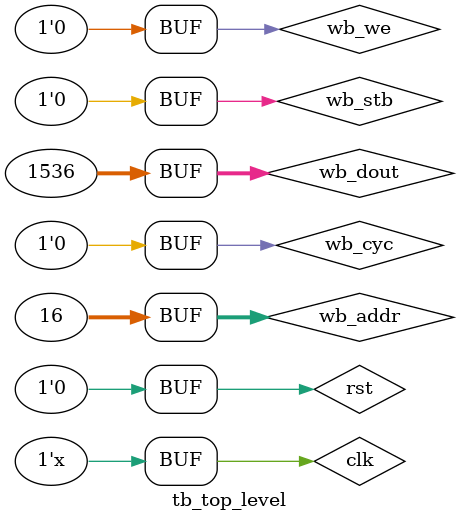
<source format=v>
`timescale 1ns / 1ps

module tb_top_level;

	// Inputs
	reg clk;
	reg rst;
	reg [31:0] wb_addr;
	reg wb_we;
	reg wb_stb;
	reg wb_cyc;
	reg [31:0] wb_dout;

	// Outputs
	wire [31:0] wb_din;
	wire wb_ack;
   
   // Internal
	wire spi_mosi;
   wire spi_miso;
	wire spi_sck;
	wire spi_ss;

	// Instantiate the Unit Under Test (UUT)
	top_level uut (
		.clk(clk), 
		.rst(rst), 
		.wb_addr(wb_addr), 
		.wb_we(wb_we), 
		.wb_stb(wb_stb), 
		.wb_cyc(wb_cyc), 
		.wb_dout(wb_dout), 
		.wb_din(wb_din), 
		.wb_ack(wb_ack), 
		.spi_mosi(spi_mosi), 
		.spi_sck(spi_sck), 
		.spi_ss(spi_ss), 
		.spi_miso(spi_miso)
	);
   
   M25LC020A spi_eeprom (
      .SI(spi_mosi),
      .SO(spi_miso),
      .SCK(spi_sck),
      .CS_N(spi_ss),
      .WP_N(1'b1),
      .HOLD_N(1'b1),
      .RESET(rst)
   );

   // Initialize Inputs
	initial begin
		clk = 0;
		rst = 0;
		wb_addr = 0;
		wb_we = 0;
		wb_stb = 0;
		wb_cyc = 0;
		wb_dout = 0;
   end
   
   // Generate clock
   always #5 begin
      clk = ~clk;
   end
   
   initial begin
		/* RESET */
		#200;
      rst = 1'b1;
      #200;
      rst = 1'b0;
      #5;
        
      /* Push data */
      wb_addr = 32'h0000_0020;
      wb_dout = 32'h0000_0019; // Set baudrate (11'b0000_0011_0_01)
      wb_stb=1'b1; wb_cyc=1'b1; wb_we=1'b1;
      #20; wb_stb=1'b0; wb_cyc=1'b0; wb_we=1'b0; #10;
      
      wb_addr = 32'h0000_0010;
      wb_dout = 32'h0000_0306; // Write enable (11'b011_0000_0110)
      wb_stb=1'b1; wb_cyc=1'b1; wb_we=1'b1;
      #20; wb_stb=1'b0; wb_cyc=1'b0; wb_we=1'b0; #10;
      
      wb_addr = 32'h0000_0010;
      wb_dout = 32'h0000_0102; // Write instruction (11'b001_0000_0010)
      wb_stb=1'b1; wb_cyc=1'b1; wb_we=1'b1;
      #20; wb_stb=1'b0; wb_cyc=1'b0; wb_we=1'b0; #10;
      
      wb_addr = 32'h0000_0010;
      wb_dout = 32'h0000_00FE; // Write address (11'b000_1111_1110)
      wb_stb=1'b1; wb_cyc=1'b1; wb_we=1'b1;
      #20; wb_stb=1'b0; wb_cyc=1'b0; wb_we=1'b0; #10;
      
      wb_addr = 32'h0000_0010;
      wb_dout = 32'h0000_02D3; // Write data (11'b010_1101_0011)
      wb_stb=1'b1; wb_cyc=1'b1; wb_we=1'b1;
      #20; wb_stb=1'b0; wb_cyc=1'b0; wb_we=1'b0; #10;
      
      wb_addr = 32'h0000_0010;
      wb_dout = 32'h0000_0105; // Read status (11'b001_0000_0101)
      wb_stb=1'b1; wb_cyc=1'b1; wb_we=1'b1;
      #20; wb_stb=1'b0; wb_cyc=1'b0; wb_we=1'b0; #10;
      
      wb_addr = 32'h0000_0010;
      wb_dout = 32'h0000_0600; // Receive answer (11'b110_0000_0000)
      wb_stb=1'b1; wb_cyc=1'b1; wb_we=1'b1;
      #20; wb_stb=1'b0; wb_cyc=1'b0; wb_we=1'b0; #10;
      
      #4000;
      wb_addr = 32'h0000_0010; // Read answer
      wb_stb=1'b1; wb_cyc=1'b1; wb_we=1'b0;
      #20; wb_stb=1'b0; wb_cyc=1'b0; wb_we=1'b0; #10;
      
      #4000;
      wb_addr = 32'h0000_0010;
      wb_dout = 32'h0000_0103; // Read instruction (11'b001_0000_0011)
      wb_stb=1'b1; wb_cyc=1'b1; wb_we=1'b1;
      #20; wb_stb=1'b0; wb_cyc=1'b0; wb_we=1'b0; #10;
      
      wb_addr = 32'h0000_0010;
      wb_dout = 32'h0000_00FE; // Read address (11'b000_1111_1110)
      wb_stb=1'b1; wb_cyc=1'b1; wb_we=1'b1;
      #20; wb_stb=1'b0; wb_cyc=1'b0; wb_we=1'b0; #10;
      
      wb_addr = 32'h0000_0010;
      wb_dout = 32'h0000_0600; // Receive answer (11'b110_0000_0000)
      wb_stb=1'b1; wb_cyc=1'b1; wb_we=1'b1;
      #20; wb_stb=1'b0; wb_cyc=1'b0; wb_we=1'b0; #10;
      
      #1000;
      wb_addr = 32'h0000_0010; // Read answer
      wb_stb=1'b1; wb_cyc=1'b1; wb_we=1'b0;
      #20; wb_stb=1'b0; wb_cyc=1'b0; wb_we=1'b0; #10;
      
      #2000;
      wb_addr = 32'h0000_0010; // Read answer
      wb_stb=1'b1; wb_cyc=1'b1; wb_we=1'b0;
      #20; wb_stb=1'b0; wb_cyc=1'b0; wb_we=1'b0; #10;
	end
      
endmodule


</source>
